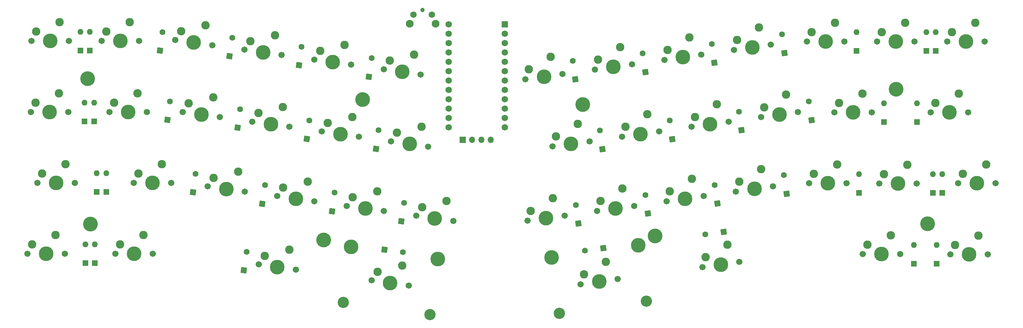
<source format=gbr>
%TF.GenerationSoftware,KiCad,Pcbnew,(5.99.0-9176-ga1730d51ff)*%
%TF.CreationDate,2021-03-31T21:37:37-05:00*%
%TF.ProjectId,Sonata,536f6e61-7461-42e6-9b69-6361645f7063,rev?*%
%TF.SameCoordinates,Original*%
%TF.FileFunction,Soldermask,Bot*%
%TF.FilePolarity,Negative*%
%FSLAX46Y46*%
G04 Gerber Fmt 4.6, Leading zero omitted, Abs format (unit mm)*
G04 Created by KiCad (PCBNEW (5.99.0-9176-ga1730d51ff)) date 2021-03-31 21:37:37*
%MOMM*%
%LPD*%
G01*
G04 APERTURE LIST*
G04 Aperture macros list*
%AMHorizOval*
0 Thick line with rounded ends*
0 $1 width*
0 $2 $3 position (X,Y) of the first rounded end (center of the circle)*
0 $4 $5 position (X,Y) of the second rounded end (center of the circle)*
0 Add line between two ends*
20,1,$1,$2,$3,$4,$5,0*
0 Add two circle primitives to create the rounded ends*
1,1,$1,$2,$3*
1,1,$1,$4,$5*%
%AMRotRect*
0 Rectangle, with rotation*
0 The origin of the aperture is its center*
0 $1 length*
0 $2 width*
0 $3 Rotation angle, in degrees counterclockwise*
0 Add horizontal line*
21,1,$1,$2,0,0,$3*%
G04 Aperture macros list end*
%ADD10C,1.200000*%
%ADD11C,2.100000*%
%ADD12C,1.750000*%
%ADD13R,1.700000X1.700000*%
%ADD14O,1.700000X1.700000*%
%ADD15RotRect,1.600000X1.600000X82.000000*%
%ADD16HorizOval,1.600000X0.000000X0.000000X0.000000X0.000000X0*%
%ADD17R,1.600000X1.600000*%
%ADD18O,1.600000X1.600000*%
%ADD19C,1.701800*%
%ADD20C,3.987800*%
%ADD21C,2.286000*%
%ADD22C,4.000000*%
%ADD23RotRect,1.600000X1.600000X98.000000*%
%ADD24HorizOval,1.600000X0.000000X0.000000X0.000000X0.000000X0*%
%ADD25C,3.048000*%
%ADD26RotRect,1.600000X1.600000X352.000000*%
%ADD27HorizOval,1.600000X0.000000X0.000000X0.000000X0.000000X0*%
%ADD28RotRect,1.600000X1.600000X188.000000*%
%ADD29HorizOval,1.600000X0.000000X0.000000X0.000000X0.000000X0*%
%ADD30R,1.752600X1.752600*%
%ADD31C,1.752600*%
G04 APERTURE END LIST*
D10*
%TO.C,SW47*%
X179925000Y-67052500D03*
D11*
X183425000Y-70752500D03*
D12*
X182425000Y-68262500D03*
X177425000Y-68262500D03*
D11*
X176415000Y-70752500D03*
%TD*%
D13*
%TO.C,J1*%
X190810000Y-102210000D03*
D14*
X193350000Y-102210000D03*
X195890000Y-102210000D03*
X198430000Y-102210000D03*
%TD*%
D15*
%TO.C,D2*%
X108576501Y-78050835D03*
D16*
X109283500Y-73020273D03*
%TD*%
D17*
%TO.C,D37*%
X90710000Y-97227500D03*
D18*
X90710000Y-92147500D03*
%TD*%
D19*
%TO.C,SW24*%
X309590000Y-133280000D03*
D20*
X304510000Y-133280000D03*
D19*
X299430000Y-133280000D03*
D21*
X307050000Y-128200000D03*
X300700000Y-130740000D03*
%TD*%
D19*
%TO.C,SW39*%
X169349438Y-83123001D03*
D20*
X174380000Y-83830000D03*
D19*
X179410562Y-84536999D03*
D21*
X177602280Y-79152938D03*
X170960578Y-80784470D03*
%TD*%
D22*
%TO.C,H4*%
X317080000Y-125030000D03*
%TD*%
D19*
%TO.C,SW43*%
X92750000Y-75450000D03*
D20*
X97830000Y-75450000D03*
D19*
X102910000Y-75450000D03*
D21*
X100370000Y-70370000D03*
X94020000Y-72910000D03*
%TD*%
D23*
%TO.C,D44*%
X240383500Y-83840835D03*
D24*
X239676501Y-78810273D03*
%TD*%
D22*
%TO.C,H1*%
X88980000Y-85650000D03*
%TD*%
D19*
%TO.C,SW8*%
X124860562Y-96106999D03*
D20*
X119830000Y-95400000D03*
D19*
X114799438Y-94693001D03*
D21*
X123052280Y-90722938D03*
X116410578Y-92354470D03*
%TD*%
D19*
%TO.C,SW4*%
X217910562Y-84423001D03*
D20*
X212880000Y-85130000D03*
D19*
X207849438Y-85836999D03*
D21*
X214688282Y-79745939D03*
X208753579Y-83144969D03*
%TD*%
D19*
%TO.C,SW46*%
X322370000Y-75580000D03*
X332530000Y-75580000D03*
D20*
X327450000Y-75580000D03*
D21*
X329990000Y-70500000D03*
X323640000Y-73040000D03*
%TD*%
D20*
%TO.C,SW2*%
X117770000Y-75870000D03*
D19*
X122800562Y-76576999D03*
X112739438Y-75163001D03*
D21*
X120992280Y-71192938D03*
X114350578Y-72824470D03*
%TD*%
D17*
%TO.C,D1*%
X87000000Y-78007500D03*
D18*
X87000000Y-72927500D03*
%TD*%
D19*
%TO.C,SW17*%
X256220562Y-117513001D03*
X246159438Y-118926999D03*
D20*
X251190000Y-118220000D03*
D21*
X252998282Y-112835939D03*
X247063579Y-116234969D03*
%TD*%
D25*
%TO.C,ST1*%
X181928380Y-149662319D03*
D20*
X160480998Y-131258314D03*
D25*
X158360000Y-146350000D03*
D20*
X184049378Y-134570634D03*
%TD*%
D19*
%TO.C,SW33*%
X181430562Y-104086999D03*
D20*
X176400000Y-103380000D03*
D19*
X171369438Y-102673001D03*
D21*
X179622280Y-98702938D03*
X172980578Y-100334470D03*
%TD*%
D17*
%TO.C,D25*%
X90900000Y-135687500D03*
D18*
X90900000Y-130607500D03*
%TD*%
D20*
%TO.C,SW7*%
X78600000Y-94680000D03*
D19*
X83680000Y-94680000D03*
X73520000Y-94680000D03*
D21*
X81140000Y-89600000D03*
X74790000Y-92140000D03*
%TD*%
D17*
%TO.C,D24*%
X313350000Y-135867500D03*
D18*
X313350000Y-130787500D03*
%TD*%
D15*
%TO.C,D3*%
X146356501Y-82040835D03*
D16*
X147063500Y-77010273D03*
%TD*%
D19*
%TO.C,SW26*%
X150510562Y-118946999D03*
X140449438Y-117533001D03*
D20*
X145480000Y-118240000D03*
D21*
X148702280Y-113562938D03*
X142060578Y-115194470D03*
%TD*%
D19*
%TO.C,SW37*%
X105010000Y-94690000D03*
X94850000Y-94690000D03*
D20*
X99930000Y-94690000D03*
D21*
X102470000Y-89610000D03*
X96120000Y-92150000D03*
%TD*%
D19*
%TO.C,SW13*%
X75310000Y-113920000D03*
X85470000Y-113920000D03*
D20*
X80390000Y-113920000D03*
D21*
X82930000Y-108840000D03*
X76580000Y-111380000D03*
%TD*%
D17*
%TO.C,D30*%
X319510000Y-135867500D03*
D18*
X319510000Y-130787500D03*
%TD*%
D19*
%TO.C,SW31*%
X101520000Y-113930000D03*
D20*
X106600000Y-113930000D03*
D19*
X111680000Y-113930000D03*
D21*
X109140000Y-108850000D03*
X102790000Y-111390000D03*
%TD*%
D15*
%TO.C,D15*%
X155306501Y-121620835D03*
D16*
X156013500Y-116590273D03*
%TD*%
D20*
%TO.C,SW30*%
X328340000Y-133300000D03*
D19*
X333420000Y-133300000D03*
X323260000Y-133300000D03*
D21*
X330880000Y-128220000D03*
X324530000Y-130760000D03*
%TD*%
D19*
%TO.C,SW12*%
X301890000Y-94810000D03*
D20*
X296810000Y-94810000D03*
D19*
X291730000Y-94810000D03*
D21*
X299350000Y-89730000D03*
X293000000Y-92270000D03*
%TD*%
D20*
%TO.C,SW20*%
X140470000Y-136760000D03*
D19*
X145500562Y-137466999D03*
X135439438Y-136053001D03*
D21*
X143692280Y-132082938D03*
X137050578Y-133714470D03*
%TD*%
D20*
%TO.C,SW42*%
X322990000Y-94840000D03*
D19*
X317910000Y-94840000D03*
X328070000Y-94840000D03*
D21*
X325530000Y-89760000D03*
X319180000Y-92300000D03*
%TD*%
D15*
%TO.C,D38*%
X127516501Y-79590835D03*
D16*
X128223500Y-74560273D03*
%TD*%
D15*
%TO.C,D39*%
X165356501Y-85110835D03*
D16*
X166063500Y-80080273D03*
%TD*%
D15*
%TO.C,D14*%
X117536501Y-116480835D03*
D16*
X118243500Y-111450273D03*
%TD*%
D20*
%TO.C,SW38*%
X136610000Y-78530000D03*
D19*
X141640562Y-79236999D03*
X131579438Y-77823001D03*
D21*
X139832280Y-73852938D03*
X133190578Y-75484470D03*
%TD*%
D19*
%TO.C,SW44*%
X236750562Y-81773001D03*
X226689438Y-83186999D03*
D20*
X231720000Y-82480000D03*
D21*
X233528282Y-77095939D03*
X227593579Y-80494969D03*
%TD*%
D17*
%TO.C,D13*%
X91450000Y-116417500D03*
D18*
X91450000Y-111337500D03*
%TD*%
D15*
%TO.C,D26*%
X136396501Y-119600835D03*
D16*
X137103500Y-114570273D03*
%TD*%
D19*
%TO.C,SW35*%
X294470000Y-75580000D03*
D20*
X289390000Y-75580000D03*
D19*
X284310000Y-75580000D03*
D21*
X291930000Y-70500000D03*
X285580000Y-73040000D03*
%TD*%
D17*
%TO.C,D6*%
X316690000Y-78147500D03*
D18*
X316690000Y-73067500D03*
%TD*%
D20*
%TO.C,SW6*%
X308420000Y-75600000D03*
D19*
X303340000Y-75600000D03*
X313500000Y-75600000D03*
D21*
X310960000Y-70520000D03*
X304610000Y-73060000D03*
%TD*%
D19*
%TO.C,SW11*%
X263000562Y-97313001D03*
X252939438Y-98726999D03*
D20*
X257970000Y-98020000D03*
D21*
X259778282Y-92635939D03*
X253843579Y-96034969D03*
%TD*%
D23*
%TO.C,D5*%
X259160000Y-81310000D03*
D24*
X258453001Y-76279438D03*
%TD*%
D23*
%TO.C,D17*%
X259943500Y-119530835D03*
D24*
X259236501Y-114500273D03*
%TD*%
D22*
%TO.C,H3*%
X308520000Y-88500000D03*
%TD*%
D19*
%TO.C,SW41*%
X281860562Y-94683001D03*
X271799438Y-96096999D03*
D20*
X276830000Y-95390000D03*
D21*
X278638282Y-90005939D03*
X272703579Y-93404969D03*
%TD*%
D17*
%TO.C,D35*%
X297760000Y-78158475D03*
D18*
X297760000Y-73078475D03*
%TD*%
D26*
%TO.C,D21*%
X169527640Y-132016750D03*
D27*
X174558202Y-132723749D03*
%TD*%
D19*
%TO.C,SW27*%
X188240562Y-124256999D03*
D20*
X183210000Y-123550000D03*
D19*
X178179438Y-122843001D03*
D21*
X186432280Y-118872938D03*
X179790578Y-120504470D03*
%TD*%
D19*
%TO.C,SW16*%
X218460562Y-122803001D03*
X208399438Y-124216999D03*
D20*
X213430000Y-123510000D03*
D21*
X215238282Y-118125939D03*
X209303579Y-121524969D03*
%TD*%
D15*
%TO.C,D32*%
X129676501Y-98990835D03*
D16*
X130383500Y-93960273D03*
%TD*%
D17*
%TO.C,D36*%
X321040000Y-116617500D03*
D18*
X321040000Y-111537500D03*
%TD*%
D15*
%TO.C,D8*%
X110636501Y-96830835D03*
D16*
X111343500Y-91800273D03*
%TD*%
D23*
%TO.C,D11*%
X266513500Y-99630835D03*
D24*
X265806501Y-94600273D03*
%TD*%
D19*
%TO.C,SW1*%
X73710000Y-75437500D03*
D20*
X78790000Y-75437500D03*
D19*
X83870000Y-75437500D03*
D21*
X81330000Y-70357500D03*
X74980000Y-72897500D03*
%TD*%
D19*
%TO.C,SW3*%
X160530562Y-81876999D03*
X150469438Y-80463001D03*
D20*
X155500000Y-81170000D03*
D21*
X158722280Y-76492938D03*
X152080578Y-78124470D03*
%TD*%
D17*
%TO.C,D19*%
X88330000Y-135687500D03*
D18*
X88330000Y-130607500D03*
%TD*%
D20*
%TO.C,ST2*%
X214949002Y-134208315D03*
X238517382Y-130895995D03*
D25*
X217070000Y-149300000D03*
X240638380Y-145987681D03*
%TD*%
D19*
%TO.C,SW34*%
X237360562Y-120163001D03*
D20*
X232330000Y-120870000D03*
D19*
X227299438Y-121576999D03*
D21*
X234138282Y-115485939D03*
X228203579Y-118884969D03*
%TD*%
D17*
%TO.C,D18*%
X318470000Y-116617500D03*
D18*
X318470000Y-111537500D03*
%TD*%
D20*
%TO.C,SW28*%
X260910000Y-136080000D03*
D19*
X255879438Y-136786999D03*
X265940562Y-135373001D03*
D21*
X262718282Y-130695939D03*
X256783579Y-134094969D03*
%TD*%
D19*
%TO.C,SW15*%
X169390562Y-121576999D03*
D20*
X164360000Y-120870000D03*
D19*
X159329438Y-120163001D03*
D21*
X167582280Y-116192938D03*
X160940578Y-117824470D03*
%TD*%
D19*
%TO.C,SW29*%
X284860000Y-114060000D03*
D20*
X289940000Y-114060000D03*
D19*
X295020000Y-114060000D03*
D21*
X292480000Y-108980000D03*
X286130000Y-111520000D03*
%TD*%
D23*
%TO.C,D4*%
X221413500Y-85820835D03*
D24*
X220706501Y-80790273D03*
%TD*%
D19*
%TO.C,SW14*%
X121579438Y-114883001D03*
D20*
X126610000Y-115590000D03*
D19*
X131640562Y-116296999D03*
D21*
X129832280Y-110912938D03*
X123190578Y-112544470D03*
%TD*%
D23*
%TO.C,D16*%
X222223500Y-124980835D03*
D24*
X221516501Y-119950273D03*
%TD*%
D19*
%TO.C,SW5*%
X255620562Y-79123001D03*
D20*
X250590000Y-79830000D03*
D19*
X245559438Y-80536999D03*
D21*
X252398282Y-74445939D03*
X246463579Y-77844969D03*
%TD*%
D19*
%TO.C,SW25*%
X106620000Y-133180000D03*
D20*
X101540000Y-133180000D03*
D19*
X96460000Y-133180000D03*
D21*
X104080000Y-128100000D03*
X97730000Y-130640000D03*
%TD*%
D19*
%TO.C,SW19*%
X82790000Y-133150000D03*
D20*
X77710000Y-133150000D03*
D19*
X72630000Y-133150000D03*
D21*
X80250000Y-128070000D03*
X73900000Y-130610000D03*
%TD*%
D22*
%TO.C,H7*%
X243010000Y-128330000D03*
%TD*%
D23*
%TO.C,D23*%
X278753500Y-116890835D03*
D24*
X278046501Y-111860273D03*
%TD*%
D19*
%TO.C,SW10*%
X215189438Y-104046999D03*
X225250562Y-102633001D03*
D20*
X220220000Y-103340000D03*
D21*
X222028282Y-97955939D03*
X216093579Y-101354969D03*
%TD*%
D23*
%TO.C,D10*%
X228733500Y-104770835D03*
D24*
X228026501Y-99740273D03*
%TD*%
D15*
%TO.C,D27*%
X174156750Y-124352360D03*
D16*
X174863749Y-119321798D03*
%TD*%
D20*
%TO.C,SW23*%
X270040000Y-115570000D03*
D19*
X265009438Y-116276999D03*
X275070562Y-114863001D03*
D21*
X271848282Y-110185939D03*
X265913579Y-113584969D03*
%TD*%
D20*
%TO.C,SW36*%
X330440000Y-114060000D03*
D19*
X335520000Y-114060000D03*
X325360000Y-114060000D03*
D21*
X332980000Y-108980000D03*
X326630000Y-111520000D03*
%TD*%
D17*
%TO.C,D42*%
X314130000Y-97387500D03*
D18*
X314130000Y-92307500D03*
%TD*%
D15*
%TO.C,D20*%
X131396501Y-137650835D03*
D16*
X132103500Y-132620273D03*
%TD*%
D28*
%TO.C,D22*%
X229010835Y-131596500D03*
D29*
X223980273Y-132303499D03*
%TD*%
D22*
%TO.C,H5*%
X163660000Y-91320000D03*
%TD*%
D17*
%TO.C,D31*%
X94020000Y-116427500D03*
D18*
X94020000Y-111347500D03*
%TD*%
D19*
%TO.C,SW32*%
X143760562Y-98736999D03*
X133699438Y-97323001D03*
D20*
X138730000Y-98030000D03*
D21*
X141952280Y-93352938D03*
X135310578Y-94984470D03*
%TD*%
D22*
%TO.C,H6*%
X153040000Y-129430000D03*
%TD*%
D23*
%TO.C,D34*%
X241093500Y-122270835D03*
D24*
X240386501Y-117240273D03*
%TD*%
D20*
%TO.C,SW21*%
X171120000Y-141080000D03*
D19*
X166089438Y-140373001D03*
X176150562Y-141786999D03*
D21*
X174342280Y-136402938D03*
X167700578Y-138034470D03*
%TD*%
D23*
%TO.C,D41*%
X285523500Y-96890835D03*
D24*
X284816501Y-91860273D03*
%TD*%
D15*
%TO.C,D33*%
X167266501Y-104680835D03*
D16*
X167973500Y-99650273D03*
%TD*%
D19*
%TO.C,SW18*%
X303910000Y-114070000D03*
D20*
X308990000Y-114070000D03*
D19*
X314070000Y-114070000D03*
D21*
X311530000Y-108990000D03*
X305180000Y-111530000D03*
%TD*%
D22*
%TO.C,H2*%
X89710000Y-125140000D03*
%TD*%
D17*
%TO.C,D43*%
X89560000Y-78017500D03*
D18*
X89560000Y-72937500D03*
%TD*%
D17*
%TO.C,D46*%
X319250000Y-78147500D03*
D18*
X319250000Y-73067500D03*
%TD*%
D17*
%TO.C,D7*%
X88140000Y-97227500D03*
D18*
X88140000Y-92147500D03*
%TD*%
D20*
%TO.C,SW40*%
X239100000Y-100690000D03*
D19*
X234069438Y-101396999D03*
X244130562Y-99983001D03*
D21*
X240908282Y-95305939D03*
X234973579Y-98704969D03*
%TD*%
D15*
%TO.C,D9*%
X148456501Y-102010835D03*
D16*
X149163500Y-96980273D03*
%TD*%
D28*
%TO.C,D28*%
X261690835Y-127226500D03*
D29*
X256660273Y-127933499D03*
%TD*%
D17*
%TO.C,D29*%
X298390000Y-116667500D03*
D18*
X298390000Y-111587500D03*
%TD*%
D20*
%TO.C,SW9*%
X157580000Y-100710000D03*
D19*
X162610562Y-101416999D03*
X152549438Y-100003001D03*
D21*
X160802280Y-96032938D03*
X154160578Y-97664470D03*
%TD*%
D23*
%TO.C,D45*%
X278213500Y-78700835D03*
D24*
X277506501Y-73670273D03*
%TD*%
D23*
%TO.C,D40*%
X247743500Y-102070835D03*
D24*
X247036501Y-97040273D03*
%TD*%
D22*
%TO.C,H8*%
X223400000Y-92690000D03*
%TD*%
D17*
%TO.C,D12*%
X305220000Y-97417500D03*
D18*
X305220000Y-92337500D03*
%TD*%
D19*
%TO.C,SW45*%
X264439438Y-77876999D03*
D20*
X269470000Y-77170000D03*
D19*
X274500562Y-76463001D03*
D21*
X271278282Y-71785939D03*
X265343579Y-75184969D03*
%TD*%
D19*
%TO.C,SW22*%
X222849438Y-141426999D03*
D20*
X227880000Y-140720000D03*
D19*
X232910562Y-140013001D03*
D21*
X229688282Y-135335939D03*
X223753579Y-138734969D03*
%TD*%
D30*
%TO.C,U1*%
X202219000Y-70940000D03*
D31*
X202219000Y-73480000D03*
X202219000Y-76020000D03*
X202219000Y-78560000D03*
X202219000Y-81100000D03*
X202219000Y-83640000D03*
X202219000Y-86180000D03*
X202219000Y-88720000D03*
X202219000Y-91260000D03*
X202219000Y-93800000D03*
X202219000Y-96340000D03*
X202219000Y-98880000D03*
X186979000Y-98880000D03*
X186979000Y-96340000D03*
X186979000Y-93800000D03*
X186979000Y-91260000D03*
X186979000Y-88720000D03*
X186979000Y-86180000D03*
X186979000Y-83640000D03*
X186979000Y-81100000D03*
X186979000Y-78560000D03*
X186979000Y-76020000D03*
X186979000Y-73480000D03*
X186979000Y-70940000D03*
%TD*%
M02*

</source>
